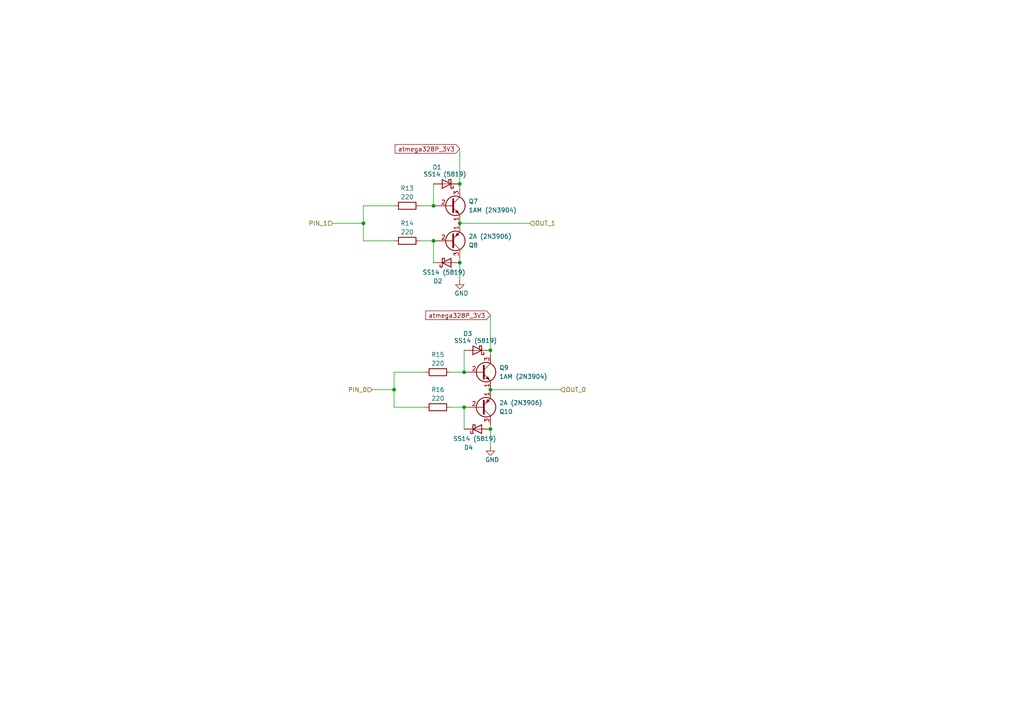
<source format=kicad_sch>
(kicad_sch (version 20250114) (generator "eeschema") (generator_version "9.0")
  (paper "A4")
  (lib_symbols
    (symbol "Device:R" (pin_numbers (hide yes)) (pin_names (offset 0))
      (property "Reference" "R" (at 2.032 0 90))
      (property "Value" "R" (at 0 0 90))
      (symbol "R_0_1"
        (rectangle (start -1.016 -2.54) (end 1.016 2.54) (stroke (width 0.254)))
      )
      (symbol "R_1_1"
        (pin passive line (at 0 3.81 270) (length 1.27) (name "~") (number "1"))
        (pin passive line (at 0 -3.81 90) (length 1.27) (name "~") (number "2"))
      )
    )
    (symbol "Diode:1N5819" (pin_numbers (hide yes)) (pin_names (offset 1.016) (hide yes))
      (property "Reference" "D" (at 0 2.54 0))
      (property "Value" "1N5819" (at 0 -2.54 0))
      (symbol "1N5819_0_1"
        (polyline (pts (xy -1.905 0.635) (xy -1.905 1.27) (xy -1.27 1.27) (xy -1.27 -1.27) (xy -0.635 -1.27) (xy -0.635 -0.635)) (stroke (width 0.254)))
        (polyline (pts (xy 1.27 1.27) (xy 1.27 -1.27) (xy -1.27 0) (xy 1.27 1.27)) (stroke (width 0.254)))
        (polyline (pts (xy 1.27 0) (xy -1.27 0)))
      )
      (symbol "1N5819_1_1"
        (pin passive line (at -3.81 0 0) (length 2.54) (name "K") (number "1"))
        (pin passive line (at 3.81 0 180) (length 2.54) (name "A") (number "2"))
      )
    )
    (symbol "Transistor_BJT:2N3904" (pin_names (offset 0) (hide yes))
      (property "Reference" "Q" (at 5.08 1.905 0))
      (property "Value" "2N3904" (at 5.08 0 0))
      (symbol "2N3904_0_1"
        (polyline (pts (xy 0.635 1.905) (xy 0.635 -1.905) (xy 0.635 -1.905)) (stroke (width 0.508)))
        (polyline (pts (xy 0.635 0.635) (xy 2.54 2.54)))
        (polyline (pts (xy 0.635 -0.635) (xy 2.54 -2.54) (xy 2.54 -2.54)))
        (circle (center 1.27 0) (radius 2.8194) (stroke (width 0.254)))
        (polyline (pts (xy 1.27 -1.778) (xy 1.778 -1.27) (xy 2.286 -2.286) (xy 1.27 -1.778) (xy 1.27 -1.778)) (fill (type outline)))
      )
      (symbol "2N3904_1_1"
        (pin passive line (at -5.08 0 0) (length 5.715) (name "B") (number "2"))
        (pin passive line (at 2.54 5.08 270) (length 2.54) (name "C") (number "3"))
        (pin passive line (at 2.54 -5.08 90) (length 2.54) (name "E") (number "1"))
      )
    )
    (symbol "Transistor_BJT:2N3906" (pin_names (offset 0) (hide yes))
      (property "Reference" "Q" (at 5.08 1.905 0))
      (property "Value" "2N3906" (at 5.08 0 0))
      (symbol "2N3906_0_1"
        (polyline (pts (xy 0.635 1.905) (xy 0.635 -1.905) (xy 0.635 -1.905)) (stroke (width 0.508)))
        (polyline (pts (xy 0.635 0.635) (xy 2.54 2.54)))
        (polyline (pts (xy 0.635 -0.635) (xy 2.54 -2.54) (xy 2.54 -2.54)))
        (circle (center 1.27 0) (radius 2.8194) (stroke (width 0.254)))
        (polyline (pts (xy 2.286 -1.778) (xy 1.778 -2.286) (xy 1.27 -1.27) (xy 2.286 -1.778) (xy 2.286 -1.778)) (fill (type outline)))
      )
      (symbol "2N3906_1_1"
        (pin input line (at -5.08 0 0) (length 5.715) (name "B") (number "2"))
        (pin passive line (at 2.54 5.08 270) (length 2.54) (name "C") (number "3"))
        (pin passive line (at 2.54 -5.08 90) (length 2.54) (name "E") (number "1"))
      )
    )
    (symbol "power:GND" (power) (pin_names (offset 0))
      (property "Value" "GND" (at 0 -3.81 0))
      (symbol "GND_0_1"
        (polyline (pts (xy 0 0) (xy 0 -1.27) (xy 1.27 -1.27) (xy 0 -2.54) (xy -1.27 -1.27) (xy 0 -1.27)))
      )
      (symbol "GND_1_1"
        (pin power_in line (at 0 0 270) (length 0) (hide yes) (name "GND") (number "1"))
      )
    )
  )
  (junction (at 133.35 64.77))
  (junction (at 105.41 64.77))
  (junction (at 142.24 124.46))
  (junction (at 125.73 59.69))
  (junction (at 133.35 53.34))
  (junction (at 125.73 69.85))
  (junction (at 142.24 113.03))
  (junction (at 134.62 107.95))
  (junction (at 133.35 76.2))
  (junction (at 114.3 113.03))
  (junction (at 134.62 118.11))
  (junction (at 142.24 101.6))
  (wire (pts (xy 142.24 101.6) (xy 142.24 102.87)))
  (wire (pts (xy 114.3 107.95) (xy 114.3 113.03)))
  (wire (pts (xy 114.3 118.11) (xy 123.19 118.11)))
  (wire (pts (xy 142.24 113.03) (xy 162.56 113.03)))
  (wire (pts (xy 133.35 76.2) (xy 133.35 74.93)))
  (wire (pts (xy 121.92 59.69) (xy 125.73 59.69)))
  (wire (pts (xy 114.3 113.03) (xy 114.3 118.11)))
  (wire (pts (xy 133.35 43.18) (xy 133.35 53.34)))
  (wire (pts (xy 142.24 129.54) (xy 142.24 124.46)))
  (wire (pts (xy 134.62 118.11) (xy 134.62 124.46)))
  (wire (pts (xy 114.3 59.69) (xy 105.41 59.69)))
  (wire (pts (xy 134.62 101.6) (xy 134.62 107.95)))
  (wire (pts (xy 105.41 64.77) (xy 105.41 69.85)))
  (wire (pts (xy 130.81 118.11) (xy 134.62 118.11)))
  (wire (pts (xy 114.3 107.95) (xy 123.19 107.95)))
  (wire (pts (xy 114.3 69.85) (xy 105.41 69.85)))
  (wire (pts (xy 133.35 81.28) (xy 133.35 76.2)))
  (wire (pts (xy 133.35 64.77) (xy 153.67 64.77)))
  (wire (pts (xy 130.81 107.95) (xy 134.62 107.95)))
  (wire (pts (xy 142.24 91.44) (xy 142.24 101.6)))
  (wire (pts (xy 142.24 124.46) (xy 142.24 123.19)))
  (wire (pts (xy 125.73 53.34) (xy 125.73 59.69)))
  (wire (pts (xy 133.35 53.34) (xy 133.35 54.61)))
  (wire (pts (xy 107.95 113.03) (xy 114.3 113.03)))
  (wire (pts (xy 125.73 69.85) (xy 125.73 76.2)))
  (wire (pts (xy 121.92 69.85) (xy 125.73 69.85)))
  (wire (pts (xy 96.52 64.77) (xy 105.41 64.77)))
  (wire (pts (xy 105.41 59.69) (xy 105.41 64.77)))
  (global_label "atmega328P_3V3" (shape input) (at 133.35 43.18 180) (property "Intersheetrefs" "${INTERSHEET_REFS}" (effects (hide yes))))
  (global_label "atmega328P_3V3" (shape input) (at 142.24 91.44 180) (property "Intersheetrefs" "${INTERSHEET_REFS}" (effects (hide yes))))
  (hierarchical_label "OUT_0" (shape input) (at 162.56 113.03 0))
  (hierarchical_label "PIN_0" (shape input) (at 107.95 113.03 180))
  (hierarchical_label "OUT_1" (shape input) (at 153.67 64.77 0))
  (hierarchical_label "PIN_1" (shape input) (at 96.52 64.77 180))
  (symbol (lib_id "power:GND") (at 133.35 81.28 0) (unit 1)
    (property "Reference" "#PWR014" (effects (hide yes)))
    (property "Value" "GND" (at 135.89 85.09 0) (effects (justify right)))
  )
  (symbol (lib_id "Transistor_BJT:2N3906") (at 139.7 118.11 0) (mirror x) (unit 1)
    (property "Reference" "Q10" (at 144.78 119.38 0) (effects (justify left)))
    (property "Value" "2A (2N3906)" (at 144.78 116.84 0) (effects (justify left)))
    (property "Footprint" "custom:SOT-23_Handsoldering_(3904_1AM)(3906_2A)" (effects (hide yes)))
    (property "Datasheet" "https://www.onsemi.com/pub/Collateral/2N3906-D.PDF" (effects (hide yes)))
  )
  (symbol (lib_id "Diode:1N5819") (at 129.54 53.34 180) (unit 1)
    (property "Reference" "D1" (at 126.746 48.514 0))
    (property "Value" "SS14 (5819)" (at 129.032 50.546 0))
    (property "Footprint" "Diode_SMD:D_SMA_Handsoldering" (effects (hide yes)))
    (property "Datasheet" "http://www.vishay.com/docs/88525/1n5817.pdf" (effects (hide yes)))
    (property "Description" "40V 1A Schottky Barrier Rectifier Diode, DO-41" (effects (hide yes)))
  )
  (symbol (lib_id "power:GND") (at 142.24 129.54 0) (unit 1)
    (property "Reference" "#PWR015" (effects (hide yes)))
    (property "Value" "GND" (at 144.78 133.35 0) (effects (justify right)))
  )
  (symbol (lib_id "Transistor_BJT:2N3906") (at 130.81 69.85 0) (mirror x) (unit 1)
    (property "Reference" "Q8" (at 135.89 71.12 0) (effects (justify left)))
    (property "Value" "2A (2N3906)" (at 135.89 68.58 0) (effects (justify left)))
    (property "Footprint" "custom:SOT-23_Handsoldering_(3904_1AM)(3906_2A)" (effects (hide yes)))
    (property "Datasheet" "https://www.onsemi.com/pub/Collateral/2N3906-D.PDF" (effects (hide yes)))
  )
  (symbol (lib_id "Device:R") (at 127 118.11 90) (unit 1)
    (property "Reference" "R16" (at 127 113.03 90))
    (property "Value" "220" (at 127 115.57 90))
    (property "Footprint" "Resistor_SMD:R_0603_1608Metric_Pad0.98x0.95mm_HandSolder" (effects (hide yes)))
  )
  (symbol (lib_id "Diode:1N5819") (at 138.43 124.46 0) (mirror x) (unit 1)
    (property "Reference" "D4" (at 135.89 129.794 0))
    (property "Value" "SS14 (5819)" (at 137.668 127.254 0))
    (property "Footprint" "Diode_SMD:D_SMA_Handsoldering" (effects (hide yes)))
    (property "Datasheet" "http://www.vishay.com/docs/88525/1n5817.pdf" (effects (hide yes)))
    (property "Description" "40V 1A Schottky Barrier Rectifier Diode, DO-41" (effects (hide yes)))
  )
  (symbol (lib_id "Device:R") (at 127 107.95 90) (unit 1)
    (property "Reference" "R15" (at 127 102.87 90))
    (property "Value" "220" (at 127 105.41 90))
    (property "Footprint" "Resistor_SMD:R_0603_1608Metric_Pad0.98x0.95mm_HandSolder" (effects (hide yes)))
  )
  (symbol (lib_id "Transistor_BJT:2N3904") (at 130.81 59.69 0) (unit 1)
    (property "Reference" "Q7" (at 135.89 58.4199 0) (effects (justify left)))
    (property "Value" "1AM (2N3904)" (at 135.89 60.9599 0) (effects (justify left)))
    (property "Footprint" "custom:SOT-23_Handsoldering_(3904_1AM)(3906_2A)" (effects (hide yes)))
    (property "Datasheet" "https://www.onsemi.com/pub/Collateral/2N3903-D.PDF" (effects (hide yes)))
  )
  (symbol (lib_id "Transistor_BJT:2N3904") (at 139.7 107.95 0) (unit 1)
    (property "Reference" "Q9" (at 144.78 106.6799 0) (effects (justify left)))
    (property "Value" "1AM (2N3904)" (at 144.78 109.2199 0) (effects (justify left)))
    (property "Footprint" "custom:SOT-23_Handsoldering_(3904_1AM)(3906_2A)" (effects (hide yes)))
    (property "Datasheet" "https://www.onsemi.com/pub/Collateral/2N3903-D.PDF" (effects (hide yes)))
  )
  (symbol (lib_id "Device:R") (at 118.11 69.85 90) (unit 1)
    (property "Reference" "R14" (at 118.11 64.77 90))
    (property "Value" "220" (at 118.11 67.31 90))
    (property "Footprint" "Resistor_SMD:R_0603_1608Metric_Pad0.98x0.95mm_HandSolder" (effects (hide yes)))
  )
  (symbol (lib_id "Diode:1N5819") (at 129.54 76.2 0) (mirror x) (unit 1)
    (property "Reference" "D2" (at 127 81.534 0))
    (property "Value" "SS14 (5819)" (at 128.778 78.994 0))
    (property "Footprint" "Diode_SMD:D_SMA_Handsoldering" (effects (hide yes)))
    (property "Datasheet" "http://www.vishay.com/docs/88525/1n5817.pdf" (effects (hide yes)))
    (property "Description" "40V 1A Schottky Barrier Rectifier Diode, DO-41" (effects (hide yes)))
  )
  (symbol (lib_id "Diode:1N5819") (at 138.43 101.6 180) (unit 1)
    (property "Reference" "D3" (at 135.636 96.774 0))
    (property "Value" "SS14 (5819)" (at 137.922 98.806 0))
    (property "Footprint" "Diode_SMD:D_SMA_Handsoldering" (effects (hide yes)))
    (property "Datasheet" "http://www.vishay.com/docs/88525/1n5817.pdf" (effects (hide yes)))
    (property "Description" "40V 1A Schottky Barrier Rectifier Diode, DO-41" (effects (hide yes)))
  )
  (symbol (lib_id "Device:R") (at 118.11 59.69 90) (unit 1)
    (property "Reference" "R13" (at 118.11 54.61 90))
    (property "Value" "220" (at 118.11 57.15 90))
    (property "Footprint" "Resistor_SMD:R_0603_1608Metric_Pad0.98x0.95mm_HandSolder" (effects (hide yes)))
  )
)
</source>
